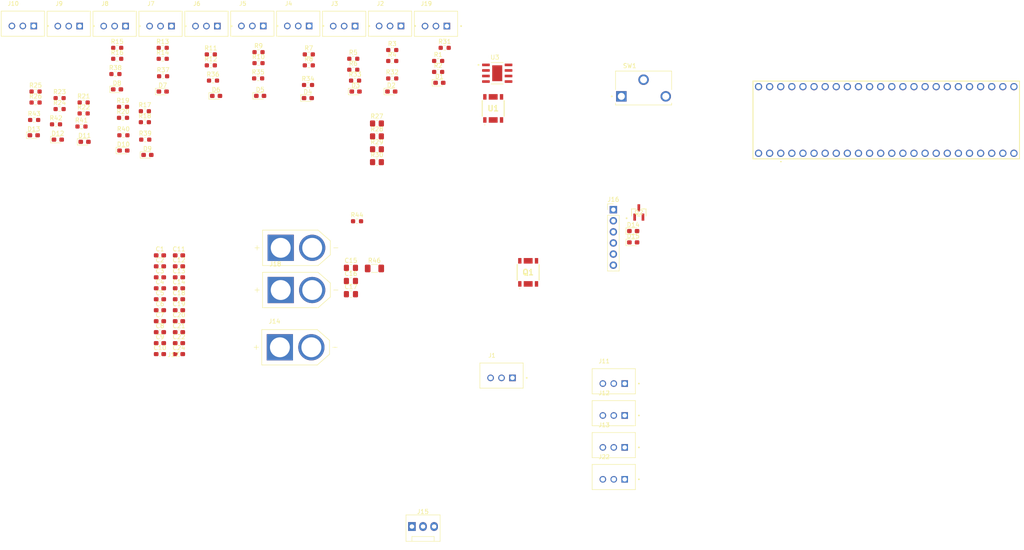
<source format=kicad_pcb>
(kicad_pcb (version 20240108) (generator "pcbnew") (generator_version "8.0")
  (layers (0 "F.Cu" signal) (31 "B.Cu" signal) (34 "B.Paste" user) (35 "F.Paste" user) (36 "B.SilkS" user "B.Silkscreen") (37 "F.SilkS" user "F.Silkscreen") (38 "B.Mask" user) (39 "F.Mask" user) (44 "Edge.Cuts" user))
  (net 0 "")
  (net 1 "+5V")
  (net 2 "GND1")
  (net 3 "+12V")
  (net 4 "+3.3V")
  (net 5 "44.4V")
  (net 6 "Net-(Q1-G)")
  (net 7 "44.4v")
  (net 8 "12v")
  (net 9 "5v")
  (net 10 "Signal Start Module")
  (net 11 "Net-(J17-POS)")
  (net 12 "Net-(J17-NEG)")
  (net 13 "Line Sensor 1 3.3V")
  (net 14 "Line Sensor 1 5v")
  (net 15 "Line Sensor 2 5v")
  (net 16 "Line Sensor 2 3.3V")
  (net 17 "Line Sensor 3 5v")
  (net 18 "Line Sensor 3 3.3V")
  (net 19 "Line Sensor 4 5v")
  (net 20 "Line Sensor 4 3.3V")
  (net 21 "Distance Sensor 1 12V")
  (net 22 "Distance Sensor 1 3.3V")
  (net 23 "Distance Sensor 2 12V")
  (net 24 "Distance Sensor 2 3.3V")
  (net 25 "Distance Sensor 3 3.3V")
  (net 26 "Distance Sensor 3 12V")
  (net 27 "Distance Sensor 4 12V")
  (net 28 "Distance Sensor 4 3.3V")
  (net 29 "Distance Sensor 5 3.3V")
  (net 30 "Distance Sensor 5 12V")
  (net 31 "Distance Sensor 6 12V")
  (net 32 "Distance Sensor 6 3.3V")
  (net 33 "Distance Sensor 7 3.3V")
  (net 34 "Distance Sensor 7 12V")
  (net 35 "Distance Sensor 8 3.3V")
  (net 36 "Distance Sensor 8 12V")
  (net 37 "Distance Sensor 9 3.3V")
  (net 38 "Distance Sensor 9 12V")
  (net 39 "Net-(Q2-D)")
  (net 40 "Net-(Q1-S)")
  (net 41 "Net-(Q2-G)")
  (net 42 "Net-(SW1-A)")
  (net 43 "Net-(D1-A)")
  (net 44 "Net-(D2-A)")
  (net 45 "Net-(D3-A)")
  (net 46 "Net-(D4-A)")
  (net 47 "Net-(D5-A)")
  (net 48 "Net-(D6-A)")
  (net 49 "Net-(D7-A)")
  (net 50 "Net-(D8-A)")
  (net 51 "Net-(D9-A)")
  (net 52 "Net-(D10-A)")
  (net 53 "Net-(D11-A)")
  (net 54 "Net-(D12-A)")
  (net 55 "Net-(D13-A)")
  (net 56 "Net-(D15-A)")
  (net 57 "Net-(D14-A)")
  (net 58 "PWM MD2")
  (net 59 "Direction MD2")
  (net 60 "SDA")
  (net 61 "PWM MD1")
  (net 62 "Direction MD1")
  (net 65 "SCL")
  (net 87 "Interupt")
  (footprint "Resistor_SMD:R_0805_2012Metric_Pad1.20x1.40mm_HandSolder" (layer "F.Cu") (at 97.5 45.8)
    (property "Reference" "R27" (at 0 -1.65 0) (layer "F.SilkS"))
    (property "Value" "15k")
    (pad "1" smd roundrect (at -1 0) (size 1.2 1.4) (layers "F.Cu" "F.Paste" "F.Mask") (roundrect_rratio 0.208333) (net 6 "Net-(Q1-G)"))
    (pad "2" smd roundrect (at 1 0) (size 1.2 1.4) (layers "F.Cu" "F.Paste" "F.Mask") (roundrect_rratio 0.208333) (net 39 "Net-(Q2-D)"))
  )
  (footprint "LED_SMD:LED_0603_1608Metric_Pad1.05x0.95mm_HandSolder" (layer "F.Cu") (at 81.7 40)
    (property "Reference" "D4" (at 0 -1.43 0) (layer "F.SilkS"))
    (property "Value" "LED")
    (pad "1" smd roundrect (at -0.875 0) (size 1.05 0.95) (layers "F.Cu" "F.Paste" "F.Mask") (net 2 "GND1"))
    (pad "2" smd roundrect (at 0.875 0) (size 1.05 0.95) (layers "F.Cu" "F.Paste" "F.Mask") (net 46 "Net-(D4-A)"))
  )
  (footprint "XT60-M:AMASS_XT60-M" (layer "F.Cu") (at 79.0885 74.25)
    (property "Reference" "J17" (at -28.1625 24.455 0) (layer "F.SilkS"))
    (property "Value" "XT60-M")
    (pad "N" thru_hole circle (at 3.6 0) (size 6 6) (drill 4.55) (layers "*.Cu" "*.Mask") (net 12 "Net-(J17-NEG)"))
    (pad "P" thru_hole rect (at -3.6 0) (size 6 6) (drill 4.55) (layers "*.Cu" "*.Mask") (net 11 "Net-(J17-POS)"))
  )
  (footprint "Capacitor_SMD:C_0603_1608Metric_Pad1.08x0.95mm_HandSolder" (layer "F.Cu") (at 52.2125 78.48)
    (property "Reference" "C12" (at 0 -1.43 0) (layer "F.SilkS"))
    (property "Value" "C")
    (pad "1" smd roundrect (at -0.8625 0) (size 1.075 0.95) (layers "F.Cu" "F.Paste" "F.Mask") (net 3 "+12V"))
    (pad "2" smd roundrect (at 0.8625 0) (size 1.075 0.95) (layers "F.Cu" "F.Paste" "F.Mask") (net 2 "GND1"))
  )
  (footprint "Resistor_SMD:R_0603_1608Metric_Pad0.98x0.95mm_HandSolder" (layer "F.Cu") (at 81.9125 30)
    (property "Reference" "R7" (at 0 -1.43 0) (layer "F.SilkS"))
    (property "Value" "R")
    (pad "1" smd roundrect (at -0.9125 0) (size 0.975 0.95) (layers "F.Cu" "F.Paste" "F.Mask") (net 19 "Line Sensor 4 5v"))
    (pad "2" smd roundrect (at 0.9125 0) (size 0.975 0.95) (layers "F.Cu" "F.Paste" "F.Mask") (net 20 "Line Sensor 4 3.3V"))
  )
  (footprint "Resistor_SMD:R_0603_1608Metric_Pad0.98x0.95mm_HandSolder" (layer "F.Cu") (at 44.4125 43)
    (property "Reference" "R17" (at 0 -1.43 0) (layer "F.SilkS"))
    (property "Value" "R")
    (pad "1" smd roundrect (at -0.9125 0) (size 0.975 0.95) (layers "F.Cu" "F.Paste" "F.Mask") (net 30 "Distance Sensor 5 12V"))
    (pad "2" smd roundrect (at 0.9125 0) (size 0.975 0.95) (layers "F.Cu" "F.Paste" "F.Mask") (net 29 "Distance Sensor 5 3.3V"))
  )
  (footprint "LED_SMD:LED_0603_1608Metric_Pad1.05x0.95mm_HandSolder" (layer "F.Cu") (at 48.5 38.5)
    (property "Reference" "D7" (at 0 -1.43 0) (layer "F.SilkS"))
    (property "Value" "LED")
    (pad "1" smd roundrect (at -0.875 0) (size 1.05 0.95) (layers "F.Cu" "F.Paste" "F.Mask") (net 2 "GND1"))
    (pad "2" smd roundrect (at 0.875 0) (size 1.05 0.95) (layers "F.Cu" "F.Paste" "F.Mask") (net 49 "Net-(D7-A)"))
  )
  (footprint "LED_SMD:LED_0603_1608Metric_Pad1.05x0.95mm_HandSolder" (layer "F.Cu") (at 70.7875 39.49)
    (property "Reference" "D5" (at 0 -1.43 0) (layer "F.SilkS"))
    (property "Value" "LED")
    (pad "1" smd roundrect (at -0.875 0) (size 1.05 0.95) (layers "F.Cu" "F.Paste" "F.Mask") (net 2 "GND1"))
    (pad "2" smd roundrect (at 0.875 0) (size 1.05 0.95) (layers "F.Cu" "F.Paste" "F.Mask") (net 47 "Net-(D5-A)"))
  )
  (footprint "Jst Xh 2.5-3 Pin:JST_B3B-XH-A_LF__SN_" (layer "F.Cu") (at 100.5 22.975)
    (property "Reference" "J2" (at -2.2 -4.6 0) (layer "F.SilkS") (effects (font (size 0.944882 0.944882))))
    (property "Value" "Conn_01x03_MountingPin")
    (pad "1" thru_hole rect (at 2.5 0.525) (size 1.508 1.508) (drill 1) (layers "*.Cu" "*.Mask") (net 15 "Line Sensor 2 5v"))
    (pad "2" thru_hole circle (at 0 0.525) (size 1.508 1.508) (drill 1) (layers "*.Cu" "*.Mask") (net 1 "+5V"))
    (pad "3" thru_hole circle (at -2.5 0.525) (size 1.508 1.508) (drill 1) (layers "*.Cu" "*.Mask") (net 2 "GND1"))
  )
  (footprint "Jst Xh 2.5-3 Pin:JST_B3B-XH-A_LF__SN_" (layer "F.Cu") (at 48 23)
    (property "Reference" "J7" (at -2.2 -4.6 0) (layer "F.SilkS") (effects (font (size 0.944882 0.944882))))
    (property "Value" "Conn_01x03_MountingPin")
    (pad "1" thru_hole rect (at 2.5 0.525) (size 1.508 1.508) (drill 1) (layers "*.Cu" "*.Mask") (net 26 "Distance Sensor 3 12V"))
    (pad "2" thru_hole circle (at 0 0.525) (size 1.508 1.508) (drill 1) (layers "*.Cu" "*.Mask") (net 3 "+12V"))
    (pad "3" thru_hole circle (at -2.5 0.525) (size 1.508 1.508) (drill 1) (layers "*.Cu" "*.Mask") (net 2 "GND1"))
  )
  (footprint "Capacitor_SMD:C_0603_1608Metric_Pad1.08x0.95mm_HandSolder" (layer "F.Cu") (at 47.8625 96.05)
    (property "Reference" "C9" (at 0 -1.43 0) (layer "F.SilkS"))
    (property "Value" "C")
    (pad "1" smd roundrect (at -0.8625 0) (size 1.075 0.95) (layers "F.Cu" "F.Paste" "F.Mask") (net 3 "+12V"))
    (pad "2" smd roundrect (at 0.8625 0) (size 1.075 0.95) (layers "F.Cu" "F.Paste" "F.Mask") (net 2 "GND1"))
  )
  (footprint "LED_SMD:LED_0603_1608Metric_Pad1.05x0.95mm_HandSolder" (layer "F.Cu") (at 38.05 38)
    (property "Reference" "D8" (at 0 -1.43 0) (layer "F.SilkS"))
    (property "Value" "LED")
    (pad "1" smd roundrect (at -0.875 0) (size 1.05 0.95) (layers "F.Cu" "F.Paste" "F.Mask") (net 2 "GND1"))
    (pad "2" smd roundrect (at 0.875 0) (size 1.05 0.95) (layers "F.Cu" "F.Paste" "F.Mask") (net 50 "Net-(D8-A)"))
  )
  (footprint "Capacitor_SMD:C_0603_1608Metric_Pad1.08x0.95mm_HandSolder" (layer "F.Cu") (at 47.8625 78.48)
    (property "Reference" "C2" (at 0 -1.43 0) (layer "F.SilkS"))
    (property "Value" "C")
    (pad "1" smd roundrect (at -0.8625 0) (size 1.075 0.95) (layers "F.Cu" "F.Paste" "F.Mask") (net 1 "+5V"))
    (pad "2" smd roundrect (at 0.8625 0) (size 1.075 0.95) (layers "F.Cu" "F.Paste" "F.Mask") (net 2 "GND1"))
  )
  (footprint "Capacitor_SMD:C_0603_1608Metric_Pad1.08x0.95mm_HandSolder" (layer "F.Cu") (at 52.2125 86.01)
    (property "Reference" "C18" (at 0 -1.43 0) (layer "F.SilkS"))
    (property "Value" "C")
    (pad "1" smd roundrect (at -0.8625 0) (size 1.075 0.95) (layers "F.Cu" "F.Paste" "F.Mask") (net 7 "44.4v"))
    (pad "2" smd roundrect (at 0.8625 0) (size 1.075 0.95) (layers "F.Cu" "F.Paste" "F.Mask") (net 2 "GND1"))
  )
  (footprint "Capacitor_SMD:C_0603_1608Metric_Pad1.08x0.95mm_HandSolder" (layer "F.Cu") (at 52.2125 96.05)
    (property "Reference" "C22" (at 0 -1.43 0) (layer "F.SilkS"))
    (property "Value" "C")
    (pad "1" smd roundrect (at -0.8625 0) (size 1.075 0.95) (layers "F.Cu" "F.Paste" "F.Mask") (net 1 "+5V"))
    (pad "2" smd roundrect (at 0.8625 0) (size 1.075 0.95) (layers "F.Cu" "F.Paste" "F.Mask") (net 2 "GND1"))
  )
  (footprint "Connector_PinHeader_2.54mm:PinHeader_1x06_P2.54mm_Vertical" (layer "F.Cu") (at 151.58 65.52)
    (property "Reference" "J16" (at 0 -2.33 0) (layer "F.SilkS"))
    (property "Value" "Conn_01x08_Pin")
    (pad "1" thru_hole rect (at 0 0) (size 1.7 1.7) (drill 1) (layers "*.Cu" "*.Mask") (net 1 "+5V"))
    (pad "2" thru_hole oval (at 0 2.54) (size 1.7 1.7) (drill 1) (layers "*.Cu" "*.Mask") (net 2 "GND1"))
    (pad "3" thru_hole oval (at 0 5.08) (size 1.7 1.7) (drill 1) (layers "*.Cu" "*.Mask") (net 65 "SCL"))
    (pad "4" thru_hole oval (at 0 7.62) (size 1.7 1.7) (drill 1) (layers "*.Cu" "*.Mask") (net 60 "SDA"))
    (pad "5" thru_hole oval (at 0 10.16) (size 1.7 1.7) (drill 1) (layers "*.Cu" "*.Mask"))
    (pad "6" thru_hole oval (at 0 12.7) (size 1.7 1.7) (drill 1) (layers "*.Cu" "*.Mask"))
  )
  (footprint "LED_SMD:LED_0603_1608Metric_Pad1.05x0.95mm_HandSolder" (layer "F.Cu") (at 156.125 70.41)
    (property "Reference" "D14" (at 0 -1.43 0) (layer "F.SilkS"))
    (property "Value" "LED")
    (pad "1" smd roundrect (at -0.875 0) (size 1.05 0.95) (layers "F.Cu" "F.Paste" "F.Mask") (net 2 "GND1"))
    (pad "2" smd roundrect (at 0.875 0) (size 1.05 0.95) (layers "F.Cu" "F.Paste" "F.Mask") (net 57 "Net-(D14-A)"))
  )
  (footprint "Capacitor_SMD:C_0603_1608Metric_Pad1.08x0.95mm_HandSolder" (layer "F.Cu") (at 47.8625 98.56)
    (property "Reference" "C10" (at 0 -1.43 0) (layer "F.SilkS"))
    (property "Value" "C")
    (pad "1" smd roundrect (at -0.8625 0) (size 1.075 0.95) (layers "F.Cu" "F.Paste" "F.Mask") (net 3 "+12V"))
    (pad "2" smd roundrect (at 0.8625 0) (size 1.075 0.95) (layers "F.Cu" "F.Paste" "F.Mask") (net 2 "GND1"))
  )
  (footprint "Resistor_SMD:R_0603_1608Metric_Pad0.98x0.95mm_HandSolder" (layer "F.Cu") (at 59.5 32.51)
    (property "Reference" "R12" (at 0 -1.43 0) (layer "F.SilkS"))
    (property "Value" "R")
    (pad "1" smd roundrect (at -0.9125 0) (size 0.975 0.95) (layers "F.Cu" "F.Paste" "F.Mask") (net 24 "Distance Sensor 2 3.3V"))
    (pad "2" smd roundrect (at 0.9125 0) (size 0.975 0.95) (layers "F.Cu" "F.Paste" "F.Mask") (net 2 "GND1"))
  )
  (footprint "Capacitor_SMD:C_0603_1608Metric_Pad1.08x0.95mm_HandSolder" (layer "F.Cu") (at 52.2125 80.99)
    (property "Reference" "C13" (at 0 -1.43 0) (layer "F.SilkS"))
    (property "Value" "C")
    (pad "1" smd roundrect (at -0.8625 0) (size 1.075 0.95) (layers "F.Cu" "F.Paste" "F.Mask") (net 1 "+5V"))
    (pad "2" smd roundrect (at 0.8625 0) (size 1.075 0.95) (layers "F.Cu" "F.Paste" "F.Mask") (net 2 "GND1"))
  )
  (footprint "Resistor_SMD:R_0603_1608Metric_Pad0.98x0.95mm_HandSolder" (layer "F.Cu") (at 101 31.51)
    (property "Reference" "R4" (at 0 -1.43 0) (layer "F.SilkS"))
    (property "Value" "R")
    (pad "1" smd roundrect (at -0.9125 0) (size 0.975 0.95) (layers "F.Cu" "F.Paste" "F.Mask") (net 16 "Line Sensor 2 3.3V"))
    (pad "2" smd roundrect (at 0.9125 0) (size 0.975 0.95) (layers "F.Cu" "F.Paste" "F.Mask") (net 2 "GND1"))
  )
  (footprint "Resistor_SMD:R_0603_1608Metric_Pad0.98x0.95mm_HandSolder" (layer "F.Cu") (at 70.4125 32)
    (property "Reference" "R10" (at 0 -1.43 0) (layer "F.SilkS"))
    (property "Value" "R")
    (pad "1" smd roundrect (at -0.9125 0) (size 0.975 0.95) (layers "F.Cu" "F.Paste" "F.Mask") (net 22 "Distance Sensor 1 3.3V"))
    (pad "2" smd roundrect (at 0.9125 0) (size 0.975 0.95) (layers "F.Cu" "F.Paste" "F.Mask") (net 2 "GND1"))
  )
  (footprint "Resistor_SMD:R_0603_1608Metric_Pad0.98x0.95mm_HandSolder" (layer "F.Cu") (at 39.5 48.5)
    (property "Reference" "R40" (at 0 -1.43 0) (layer "F.SilkS"))
    (property "Value" "R")
    (pad "1" smd roundrect (at -0.9125 0) (size 0.975 0.95) (layers "F.Cu" "F.Paste" "F.Mask") (net 32 "Distance Sensor 6 3.3V"))
    (pad "2" smd roundrect (at 0.9125 0) (size 0.975 0.95) (layers "F.Cu" "F.Paste" "F.Mask") (net 52 "Net-(D10-A)"))
  )
  (footprint "Resistor_SMD:R_0603_1608Metric_Pad0.98x0.95mm_HandSolder" (layer "F.Cu") (at 81.7375 37)
    (property "Reference" "R34" (at 0 -1.43 0) (layer "F.SilkS"))
    (property "Value" "R")
    (pad "1" smd roundrect (at -0.9125 0) (size 0.975 0.95) (layers "F.Cu" "F.Paste" "F.Mask") (net 20 "Line Sensor 4 3.3V"))
    (pad "2" smd roundrect (at 0.9125 0) (size 0.975 0.95) (layers "F.Cu" "F.Paste" "F.Mask") (net 46 "Net-(D4-A)"))
  )
  (footprint "Jst Xh 2.5-3 Pin:JST_B3B-XH-A_LF__SN_" (layer "F.Cu") (at 79.5 22.975)
    (property "Reference" "J4" (at -2.2 -4.6 0) (layer "F.SilkS") (effects (font (size 0.944882 0.944882))))
    (property "Value" "Conn_01x03_MountingPin")
    (pad "1" thru_hole rect (at 2.5 0.525) (size 1.508 1.508) (drill 1) (layers "*.Cu" "*.Mask") (net 19 "Line Sensor 4 5v"))
    (pad "2" thru_hole circle (at 0 0.525) (size 1.508 1.508) (drill 1) (layers "*.Cu" "*.Mask") (net 1 "+5V"))
    (pad "3" thru_hole circle (at -2.5 0.525) (size 1.508 1.508) (drill 1) (layers "*.Cu" "*.Mask") (net 2 "GND1"))
  )
  (footprint "12Vvoltagereg:S1142A50IE6T1U" (layer "F.Cu") (at 124.09 42.36)
    (property "Reference" "U1" (at 0 0 0) (layer "F.SilkS") (effects (font (size 1.27 1.27) (thickness 0.254))))
    (property "Value" "S-1142DA0I-E6T1U" (hide yes))
    (pad "1" smd rect (at -1.91 2.64) (size 0.76 1.27) (layers "F.Cu" "F.Paste" "F.Mask") (net 8 "12v"))
    (pad "2" smd rect (at 0 2.64 90) (size 1.27 2.03) (layers "F.Cu" "F.Paste" "F.Mask") (net 2 "GND1"))
    (pad "3" smd rect (at 1.91 2.64) (size 0.76 1.27) (layers "F.Cu" "F.Paste" "F.Mask") (net 2 "GND1"))
    (pad "4" smd rect (at 1.91 -2.64) (size 0.76 1.27) (layers "F.Cu" "F.Paste" "F.Mask"))
    (pad "5" smd rect (at 0 -2.64 90) (size 1.27 2.03) (layers "F.Cu" "F.Paste" "F.Mask") (net 2 "GND1"))
    (pad "6" smd rect (at -1.91 -2.64) (size 0.76 1.27) (layers "F.Cu" "F.Paste" "F.Mask") (net 7 "44.4v"))
  )
  (footprint "TQL850CSV50_RLG(5vmotordriver):SOIC127P600X170-9N" (layer "F.Cu") (at 125.015 34.31)
    (property "Reference" "U3" (at -0.535 -3.635 0) (layer "F.SilkS"))
    (property "Value" "TQL850CSV50_RLG")
    (pad "1" smd roundrect (at -2.585 -1.905) (size 1.75 0.6) (layers "F.Cu" "F.Paste" "F.Mask") (roundrect_rratio 0.125) (net 7 "44.4v"))
    (pad "2" smd roundrect (at -2.585 -0.635) (size 1.75 0.6) (layers "F.Cu" "F.Paste" "F.Mask") (roundrect_rratio 0.125) (net 7 "44.4v"))
    (pad "3" smd roundrect (at -2.585 0.635) (size 1.75 0.6) (layers "F.Cu" "F.Paste" "F.Mask") (roundrect_rratio 0.125))
    (pad "4" smd roundrect (at -2.585 1.905) (size 1.75 0.6) (layers "F.Cu" "F.Paste" "F.Mask") (roundrect_rratio 0.125) (net 2 "GND1"))
    (pad "5" smd roundrect (at 2.585 1.905) (size 1.75 0.6) (layers "F.Cu" "F.Paste" "F.Mask") (roundrect_rratio 0.125) (net 2 "GND1"))
    (pad "6" smd roundrect (at 2.585 0.635) (size 1.75 0.6) (layers "F.Cu" "F.Paste" "F.Mask") (roundrect_rratio 0.125) (net 2 "GND1"))
    (pad "7" smd roundrect (at 2.585 -0.635) (size 1.75 0.6) (layers "F.Cu" "F.Paste" "F.Mask") (roundrect_rratio 0.125))
    (pad "8" smd roundrect (at 2.585 -1.905) (size 1.75 0.6) (layers "F.Cu" "F.Paste" "F.Mask") (roundrect_rratio 0.125) (net 9 "5v"))
    (pad "9" smd rect (at 0 0) (size 2.3 3.63) (layers "F.Cu" "F.Mask"))
  )
  (footprint "Resistor_SMD:R_0603_1608Metric_Pad0.98x0.95mm_HandSolder" (layer "F.Cu") (at 24.9125 40)
    (property "Reference" "R23" (at 0 -1.43 0) (layer "F.SilkS"))
    (property "Value" "R")
    (pad "1" smd roundrect (at -0.9125 0) (size 0.975 0.95) (layers "F.Cu" "F.Paste" "F.Mask") (net 36 "Distance Sensor 8 12V"))
    (pad "2" smd roundrect (at 0.9125 0) (size 0.975 0.95) (layers "F.Cu" "F.Paste" "F.Mask") (net 35 "Distance Sensor 8 3.3V"))
  )
  (footprint "LED_SMD:LED_0603_1608Metric_Pad1.05x0.95mm_HandSolder" (layer "F.Cu") (at 111.7875 36.5)
    (property "Reference" "D1" (at 0 -1.43 0) (layer "F.SilkS"))
    (property "Value" "LED")
    (pad "1" smd roundrect (at -0.875 0) (size 1.05 0.95) (layers "F.Cu" "F.Paste" "F.Mask") (net 2 "GND1"))
    (pad "2" smd roundrect (at 0.875 0) (size 1.05 0.95) (layers "F.Cu" "F.Paste" "F.Mask") (net 43 "Net-(D1-A)"))
  )
  (footprint "Resistor_SMD:R_0603_1608Metric_Pad0.98x0.95mm_HandSolder" (layer "F.Cu") (at 24.9125 42.51)
    (property "Reference" "R24" (at 0 -1.43 0) (layer "F.SilkS"))
    (property "Value" "R")
    (pad "1" smd roundrect (at -0.9125 0) (size 0.975 0.95) (layers "F.Cu" "F.Paste" "F.Mask") (net 35 "Distance Sensor 8 3.3V"))
    (pad "2" smd roundrect (at 0.9125 0) (size 0.975 0.95) (layers "F.Cu" "F.Paste" "F.Mask") (net 2 "GND1"))
  )
  (footprint "Resistor_SMD:R_0603_1608Metric_Pad0.98x0.95mm_HandSolder" (layer "F.Cu") (at 44.4125 45.51)
    (property "Reference" "R18" (at 0 -1.43 0) (layer "F.SilkS"))
    (property "Value" "R")
    (pad "1" smd roundrect (at -0.9125 0) (size 0.975 0.95) (layers "F.Cu" "F.Paste" "F.Mask") (net 29 "Distance Sensor 5 3.3V"))
    (pad "2" smd roundrect (at 0.9125 0) (size 0.975 0.95) (layers "F.Cu" "F.Paste" "F.Mask") (net 2 "GND1"))
  )
  (footprint "Capacitor_SMD:C_0603_1608Metric_Pad1.08x0.95mm_HandSolder" (layer "F.Cu") (at 52.2125 91.03)
    (property "Reference" "C20" (at 0 -1.43 0) (layer "F.SilkS"))
    (property "Value" "C")
    (pad "1" smd roundrect (at -0.8625 0) (size 1.075 0.95) (layers "F.Cu" "F.Paste" "F.Mask") (net 7 "44.4v"))
    (pad "2" smd roundrect (at 0.8625 0) (size 1.075 0.95) (layers "F.Cu" "F.Paste" "F.Mask") (net 2 "GND1"))
  )
  (footprint "Capacitor_SMD:C_0805_2012Metric_Pad1.18x1.45mm_HandSolder" (layer "F.Cu") (at 91.55 84.85)
    (property "Reference" "C17" (at 0 -1.68 0) (layer "F.SilkS"))
    (property "Value" "1uF")
    (pad "1" smd roundrect (at -1.0375 0) (size 1.175 1.45) (layers "F.Cu" "F.Paste" "F.Mask") (roundrect_rratio 0.212766) (net 5 "44.4V"))
    (pad "2" smd roundrect (at 1.0375 0) (size 1.175 1.45) (layers "F.Cu" "F.Paste" "F.Mask") (roundrect_rratio 0.212766) (net 6 "Net-(Q1-G)"))
  )
  (footprint "Jst Xh 2.5-3 Pin:JST_B3B-XH-A_LF__SN_" (layer "F.Cu") (at 151.675 119.375)
    (property "Reference" "J13" (at -2.2 -4.6 0) (layer "F.SilkS") (effects (font (size 0.944882 0.944882))))
    (property "Value" "Conn_01x03_MountingPin")
    (pad "1" thru_hole rect (at 2.5 0.525) (size 1.508 1.508) (drill 1) (layers "*.Cu" "*.Mask") (net 38 "Distance Sensor 9 12V"))
    (pad "2" thru_hole circle (at 0 0.525) (size 1.508 1.508) (drill 1) (layers "*.Cu" "*.Mask") (net 3 "+12V"))
    (pad "3" thru_hole circle (at -2.5 0.525) (size 1.508 1.508) (drill 1) (layers "*.Cu" "*.Mask") (net 2 "GND1"))
  )
  (footprint "Resistor_SMD:R_0603_1608Metric_Pad0.98x0.95mm_HandSolder" (layer "F.Cu") (at 48.5875 35)
    (property "Reference" "R37" (at 0 -1.43 0) (layer "F.SilkS"))
    (property "Value" "R")
    (pad "1" smd roundrect (at -0.9125 0) (size 0.975 0.95) (layers "F.Cu" "F.Paste" "F.Mask") (net 25 "Distance Sensor 3 3.3V"))
    (pad "2" smd roundrect (at 0.9125 0) (size 0.975 0.95) (layers "F.Cu" "F.Paste" "F.Mask") (net 49 "Net-(D7-A)"))
  )
  (footprint "Resistor_SMD:R_0603_1608Metric_Pad0.98x0.95mm_HandSolder" (layer "F.Cu") (at 44.5 49.5)
    (property "Reference" "R39" (at 0 -1.43 0) (layer "F.SilkS"))
    (property "Value" "R")
    (pad "1" smd roundrect (at -0.9125 0) (size 0.975 0.95) (layers "F.Cu" "F.Paste" "F.Mask") (net 29 "Distance Sensor 5 3.3V"))
    (pad "2" smd roundrect (at 0.9125 0) (size 0.975 0.95) (layers "F.Cu" "F.Paste" "F.Mask") (net 51 "Net-(D9-A)"))
  )
  (footprint "LED_SMD:LED_0603_1608Metric_Pad1.05x0.95mm_HandSolder" (layer "F.Cu") (at 100.7875 38.5)
    (property "Reference" "D2" (at 0 -1.43 0) (layer "F.SilkS"))
    (property "Value" "LED")
    (pad "1" smd roundrect (at -0.875 0) (size 1.05 0.95) (layers "F.Cu" "F.Paste" "F.Mask") (net 2 "GND1"))
    (pad "2" smd roundrect (at 0.875 0) (size 1.05 0.95) (layers "F.Cu" "F.Paste" "F.Mask") (net 44 "Net-(D2-A)"))
  )
  (footprint "Resistor_SMD:R_0805_2012Metric_Pad1.20x1.40mm_HandSolder" (layer "F.Cu") (at 97.5 54.65)
    (property "Reference" "R30" (at 0 -1.65 0) (layer "F.SilkS"))
    (property "Value" "8k")
    (pad "1" smd roundrect (at -1 0) (size 1.2 1.4) (layers "F.Cu" "F.Paste" "F.Mask") (roundrect_rratio 0.208333) (net 41 "Net-(Q2-G)"))
    (pad "2" smd roundrect (at 1 0) (size 1.2 1.4) (layers "F.Cu" "F.Paste" "F.Mask") (roundrect_rratio 0.208333) (net 42 "Net-(SW1-A)"))
  )
  (footprint "Jst Xh 2.5-3 Pin:JST_B3B-XH-A_LF__SN_" (layer "F.Cu") (at 126 103.475)
    (property "Reference" "J1" (at -2.2 -4.6 0) (layer "F.SilkS") (effects (font (size 0.944882 0.944882))))
    (property "Value" "Conn_01x03_MountingPin")
    (pad "1" thru_hole rect (at 2.5 0.525) (size 1.508 1.508) (drill 1) (layers "*.Cu" "*.Mask") (net 59 "Direction MD2"))
    (pad "2" thru_hole circle (at 0 0.525) (size 1.508 1.508) (drill 1) (layers "*.Cu" "*.Mask") (net 58 "PWM MD2"))
    (pad "3" thru_hole circle (at -2.5 0.525) (size 1.508 1.508) (drill 1) (layers "*.Cu" "*.Mask") (net 2 "GND1"))
  )
  (footprint "LED_SMD:LED_0603_1608Metric_Pad1.05x0.95mm_HandSolder" (layer "F.Cu") (at 39.5 52)
    (property "Reference" "D10" (at 0 -1.43 0) (layer "F.SilkS"))
    (property "Value" "LED")
    (pad "1" smd roundrect (at -0.875 0) (size 1.05 0.95) (layers "F.Cu" "F.Paste" "F.Mask") (net 2 "GND1"))
    (pad "2" smd roundrect (at 0.875 0) (size 1.05 0.95) (layers "F.Cu" "F.Paste" "F.Mask") (net 52 "Net-(D10-A)"))
  )
  (footprint "Resistor_SMD:R_0805_2012Metric_Pad1.20x1.40mm_HandSolder" (layer "F.Cu") (at 97.5 48.75)
    (property "Reference" "R28" (at 0 -1.65 0) (layer "F.SilkS"))
    (property "Value" "10k")
    (pad "1" smd roundrect (at -1 0) (size 1.2 1.4) (layers "F.Cu" "F.Paste" "F.Mask") (roundrect_rratio 0.208333) (net 6 "Net-(Q1-G)"))
    (pad "2" smd roundrect (at 1 0) (size 1.2 1.4) (layers "F.Cu" "F.Paste" "F.Mask") (roundrect_rratio 0.208333) (net 40 "Net-(Q1-S)"))
  )
  (footprint "Resistor_SMD:R_0603_1608Metric_Pad0.98x0.95mm_HandSolder" (layer "F.Cu") (at 70.325 35.49)
    (property "Reference" "R35" (at 0 -1.43 0) (layer "F.SilkS"))
    (property "Value" "R")
    (pad "1" smd roundrect (at -0.9125 0) (size 0.975 0.95) (layers "F.Cu" "F.Paste" "F.Mask") (net 22 "Distance Sensor 1 3.3V"))
    (pad "2" smd roundrect (at 0.9125 0) (size 0.975 0.95) (layers "F.Cu" "F.Paste" "F.Mask") (net 47 "Net-(D5-A)"))
  )
  (footprint "LED_SMD:LED_0603_1608Metric_Pad1.05x0.95mm_HandSolder" (layer "F.Cu") (at 45 53)
    (property "Reference" "D9" (at 0 -1.43 0) (layer "F.SilkS"))
    (property "Value" "LED")
    (pad "1" smd roundrect (at -0.875 0) (size 1.05 0.95) (layers "F.Cu" "F.Paste" "F.Mask") (net 2 "GND1"))
    (pad "2" smd roundrect (at 0.875 0) (size 1.05 0.95) (layers "F.Cu" "F.Paste" "F.Mask") (net 51 "Net-(D9-A)"))
  )
  (footprint "Capacitor_SMD:C_0603_1608Metric_Pad1.08x0.95mm_HandSolder" (layer "F.Cu") (at 47.8625 75.97)
    (property "Reference" "C1" (at 0 -1.43 0) (layer "F.SilkS"))
    (property "Value" "C")
    (pad "1" smd roundrect (at -0.8625 0) (size 1.075 0.95) (layers "F.Cu" "F.Paste" "F.Mask") (net 1 "+5V"))
    (pad "2" smd roundrect (at 0.8625 0) (size 1.075 0.95) (layers "F.Cu" "F.Paste" "F.Mask") (net 2 "GND1"))
  )
  (footprint "Jst Xh 2.5-3 Pin:JST_B3B-XH-A_LF__SN_" (layer "F.Cu") (at 69 22.975)
    (property "Reference" "J5" (at -2.2 -4.6 0) (layer "F.SilkS") (effects (font (size 0.944882 0.944882))))
    (property "Value" "Conn_01x03_MountingPin")
    (pad "1" thru_hole rect (at 2.5 0.525) (size 1.508 1.508) (drill 1) (layers "*.Cu" "*.Mask") (net 21 "Distance Sensor 1 12V"))
    (pad "2" thru_hole circle (at 0 0.525) (size 1.508 1.508) (drill 1) (layers "*.Cu" "*.Mask") (net 3 "+12V"))
    (pad "3" thru_hole circle (at -2.5 0.525) (size 1.508 1.508) (drill 1) (layers "*.Cu" "*.Mask") (net 2 "GND1"))
  )
  (footprint "Resistor_SMD:R_0805_2012Metric_Pad1.20x1.40mm_HandSolder" (layer "F.Cu") (at 97.5 51.7)
    (property "Reference" "R29" (at 0 -1.65 0) (layer "F.SilkS"))
    (property "Value" "1k")
    (pad "1" smd roundrect (at -1 0) (size 1.2 1.4) (layers "F.Cu" "F.Paste" "F.Mask") (roundrect_rratio 0.208333) (net 41 "Net-(Q2-G)"))
    (pad "2" smd roundrect (at 1 0) (size 1.2 1.4) (layers "F.Cu" "F.Paste" "F.Mask") (roundrect_rratio 0.208333) (net 2 "GND1"))
  )
  (footprint "Resistor_SMD:R_0603_1608Metric_Pad0.98x0.95mm_HandSolder" (layer "F.Cu") (at 92.5 36)
    (property "Reference" "R33" (at 0 -1.43 0) (layer "F.SilkS"))
    (property "Value" "R")
    (pad "1" smd roundrect (at -0.9125 0) (size 0.975 0.95) (layers "F.Cu" "F.Paste" "F.Mask") (net 18 "Line Sensor 3 3.3V"))
    (pad "2" smd roundrect (at 0.9125 0) (size 0.975 0.95) (layers "F.Cu" "F.Paste" "F.Mask") (net 45 "Net-(D3-A)"))
  )
  (footprint "Resistor_SMD:R_0603_1608Metric_Pad0.98x0.95mm_HandSolder" (layer "F.Cu") (at 48.5 31.01)
    (property "Reference" "R14" (at 0 -1.43 0) (layer "F.SilkS"))
    (property "Value" "R")
    (pad "1" smd roundrect (at -0.9125 0) (size 0.975 0.95) (layers "F.Cu" "F.Paste" "F.Mask") (net 25 "Distance Sensor 3 3.3V"))
    (pad "2" smd roundrect (at 0.9125 0) (size 0.975 0.95) (layers "F.Cu" "F.Paste" "F.Mask") (net 2 "GND1"))
  )
  (footprint "Capacitor_SMD:C_0603_1608Metric_Pad1.08x0.95mm_HandSolder" (layer "F.Cu") (at 47.8625 91.03)
    (property "Reference" "C7" (at 0 -1.43 0) (layer "F.SilkS"))
    (property "Value" "C")
    (pad "1" smd roundrect (at -0.8625 0) (size 1.075 0.95) (layers "F.Cu" "F.Paste" "F.Mask") (net 3 "+12V"))
    (pad "2" smd roundrect (at 0.8625 0) (size 1.075 0.95) (layers "F.Cu" "F.Paste" "F.Mask") (net 2 "GND1"))
  )
  (footprint "Capacitor_SMD:C_0603_1608Metric_Pad1.08x0.95mm_HandSolder" (layer "F.Cu") (at 52.2125 83.5)
    (property "Reference" "C14" (at 0 -1.43 0) (layer "F.SilkS"))
    (property "Value" "C")
    (pad "1" smd roundrect (at -0.8625 0) (size 1.075 0.95) (layers "F.Cu" "F.Paste" "F.Mask") (net 2 "GND1"))
    (pad "2" smd roundrect (at 0.8625 0) (size 1.075 0.95) (layers "F.Cu" "F.Paste" "F.Mask") (net 4 "+3.3V"))
  )
  (footprint "Resistor_SMD:R_0603_1608Metric_Pad0.98x0.95mm_HandSolder" (layer "F.Cu") (at 24.0875 46)
    (property "Reference" "R42" (at 0 -1.43 0) (layer "F.SilkS"))
    (property "Value" "R")
    (pad "1" smd roundrect (at -0.9125 0) (size 0.975 0.95) (layers "F.Cu" "F.Paste" "F.Mask") (net 35 "Distance Sensor 8 3.3V"))
    (pad "2" smd roundrect (at 0.9125 0) (size 0.975 0.95) (layers "F.Cu" "F.Paste" "F.Mask") (net 54 "Net-(D12-A)"))
  )
  (footprint "Capacitor_SMD:C_0603_1608Metric_Pad1.08x0.95mm_HandSolder" (layer "F.Cu") (at 47.8625 88.52)
    (property "Reference" "C6" (at 0 -1.43 0) (layer "F.SilkS"))
    (property "Value" "C")
    (pad "1" smd roundrect (at -0.8625 0) (size 1.075 0.95) (layers "F.Cu" "F.Paste" "F.Mask") (net 3 "+12V"))
    (pad "2" smd roundrect (at 0.8625 0) (size 1.075 0.95) (layers "F.Cu" "F.Paste" "F.Mask") (net 2 "GND1"))
  )
  (footprint "Resistor_SMD:R_0603_1608Metric_Pad0.98x0.95mm_HandSolder" (layer "F.Cu") (at 48.5 28.5)
    (property "Reference" "R13" (at 0 -1.43 0) (layer "F.SilkS"))
    (property "Value" "R")
    (pad "1" smd roundrect (at -0.9125 0) (size 0.975 0.95) (layers "F.Cu" "F.Paste" "F.Mask") (net 26 "Distance Sensor 3 12V"))
    (pad "2" smd roundrect (at 0.9125 0) (size 0.975 0.95) (layers "F.Cu" "F.Paste" "F.Mask") (net 25 "Distance Sensor 3 3.3V"))
  )
  (footprint "Capacitor_SMD:C_0805_2012Metric_Pad1.18x1.45mm_HandSolder" (layer "F.Cu") (at 91.55 81.84)
    (property "Reference" "C16" (at 0 -1.68 0) (layer "F.SilkS"))
    (property "Value" "1uF")
    (pad "1" smd roundrect (at -1.0375 0) (size 1.175 1.45) (layers "F.Cu" "F.Paste" "F.Mask") (roundrect_rratio 0.212766) (net 5 "44.4V"))
    (pad "2" smd roundrect (at 1.0375 0) (size 1.175 1.45) (layers "F.Cu" "F.Paste" "F.Mask") (roundrect_rratio 0.212766) (net 2 "GND1"))
  )
  (footprint "XT60-M:AMASS_XT60-M" (layer "F.Cu") (at 79.0885 83.9)
    (property "Reference" "J18" (at -4.825 -5.935 0) (layer "F.SilkS"))
    (property "Value" "XT60-M")
    (pad "N" thru_hole circle (at 3.6 0) (size 6 6) (drill 4.55) (layers "*.Cu" "*.Mask") (net 2 "GND1"))
    (pad "P" thru_hole rect (at -3.6 0) (size 6 6) (drill 4.55) (layers "*.Cu" "*.Mask") (net 12 "Net-(J17-NEG)"))
  )
  (footprint "Capacitor_SMD:C_0603_1608Metric_Pad1.08x0.95mm_HandSolder" (layer "F.Cu") (at 47.8625 86.01)
    (property "Reference" "C5" (at 0 -1.43 0) (layer "F.SilkS"))
    (property "Value" "C")
    (pad "1" smd roundrect (at -0.8625 0) (size 1.075 0.95) (layers "F.Cu" "F.Paste" "F.Mask") (net 3 "+12V"))
    (pad "2" smd roundrect (at 0.8625 0) (size 1.075 0.95) (layers "F.Cu" "F.Paste" "F.Mask") (net 2 "GND1"))
  )
  (footprint "Resistor_SMD:R_0603_1608Metric_Pad0.98x0.95mm_HandSolder" (layer "F.Cu") (at 70.4125 29.49)
    (property "Reference" "R9" (at 0 -1.43 0) (layer "F.SilkS"))
    (property "Value" "R")
    (pad "1" smd roundrect (at -0.9125 0) (size 0.975 0.95) (layers "F.Cu" "F.Paste" "F.Mask") (net 21 "Distance Sensor 1 12V"))
    (pad "2" smd roundrect (at 0.9125 0) (size 0.975 0.95) (layers "F.Cu" "F.Paste" "F.Mask") (net 22 "Distance Sensor 1 3.3V"))
  )
  (footprint "Resistor_SMD:R_0603_1608Metric_Pad0.98x0.95mm_HandSolder" (layer "F.Cu") (at 39.4125 44.51)
    (property "Reference" "R20" (at 0 -1.43 0) (layer "F.SilkS"))
    (property "Value" "R")
    (pad "1" smd roundrect (at -0.9125 0) (size 0.975 0.95) (layers "F.Cu" "F.Paste" "F.Mask") (net 32 "Distance Sensor 6 3.3V"))
    (pad "2" smd roundrect (at 0.9125 0) (size 0.975 0.95) (layers "F.Cu" "F.Paste" "F.Mask") (net 2 "GND1"))
  )
  (footprint "Capacitor_SMD:C_0603_1608Metric_Pad1.08x0.95mm_HandSolder" (layer "F.Cu") (at 47.8625 80.99)
    (property "Reference" "C3" (at 0 -1.43 0) (layer "F.SilkS"))
    (property "Value" "C")
    (pad "1" smd roundrect (at -0.8625 0) (size 1.075 0.95) (layers "F.Cu" "F.Paste" "F.Mask") (net 1 "+5V"))
    (pad "2" smd roundrect (at 0.8625 0) (size 1.075 0.95) (layers "F.Cu" "F.Paste" "F.Mask") (net 2 "GND1"))
  )
  (footprint "LED_SMD:LED_0603_1608Metric_Pad1.05x0.95mm_HandSolder" (layer "F.Cu") (at 156.125 73)
    (property "Reference" "D15" (at 0 -1.43 0) (layer "F.SilkS"))
    (property "Value" "LED")
    (pad "1" smd roundrect (at -0.875 0) (size 1.05 0.95) (layers "F.Cu" "F.Paste" "F.Mask") (net 2 "GND1"))
    (pad "2" smd roundrect (at 0.875 0) (size 1.05 0.95) (layers "F.Cu" "F.Paste" "F.Mask") (net 56 "Net-(D15-A)"))
  )
  (footprint "Resistor_SMD:R_0603_1608Metric_Pad0.98x0.95mm_HandSolder" (layer "F.Cu") (at 30.4125 43.51)
    (property "Reference" "R22" (at 0 -1.43 0) (layer "F.SilkS"))
    (property "Value" "R")
    (pad "1" smd roundrect (at -0.9125 0) (size 0.975 0.95) (layers "F.Cu" "F.Paste" "F.Mask") (net 33 "Distance Sensor 7 3.3V"))
    (pad "2" smd roundrect (at 0.9125 0) (size 0.975 0.95) (layers "F.Cu" "F.Paste" "F.Mask") (net 2 "GND1"))
  )
  (footprint "Resistor_SMD:R_0603_1608Metric_Pad0.98x0.95mm_HandSolder" (layer "F.Cu") (at 19.0875 45)
    (property "Reference" "R43" (at 0 -1.43 0) (layer "F.SilkS"))
    (property "Value" "R")
    (pad "1" smd roundrect (at -0.9125 0) (size 0.975 0.95) (layers "F.Cu" "F.Paste" "F.Mask") (net 37 "Distance Sensor 9 3.3V"))
    (pad "2" smd roundrect (at 0.9125 0) (size 0.975 0.95) (layers "F.Cu" "F.Paste" "F.Mask") (net 55 "Net-(D13-A)"))
  )
  (footprint "Resistor_SMD:R_0603_1608Metric_Pad0.98x0.95mm_HandSolder" (layer "F.Cu") (at 113 28.5)
    (property "Reference" "R31" (at 0 -1.43 0) (layer "F.SilkS"))
    (property "Value" "R")
    (pad "1" smd roundrect (at -0.9125 0) (size 0.975 0.95) (layers "F.Cu" "F.Paste" "F.Mask") (net 13 "Line Sensor 1 3.3V"))
    (pad "2" smd roundrect (at 0.9125 0) (size 0.975 0.95) (layers "F.Cu" "F.Paste" "F.Mask") (net 43 "Net-(D1-A)"))
  )
  (footprint "Jst Xh 2.5-3 Pin:JST_B3B-XH-A_LF__SN_" (layer "F.Cu") (at 16.5 22.975)
    (property "Reference" "J10" (at -2.2 -4.6 0) (layer "F.SilkS") (effects (font (size 0.944882 0.944882))))
    (property "Value" "Conn_01x03_MountingPin")
    (pad "1" thru_hole rect (at 2.5 0.525) (size 1.508 1.508) (drill 1) (layers "*.Cu" "*.Mask") (net 31 "Distance Sensor 6 12V"))
    (pad "2" thru_hole circle (at 0 0.525) (size 1.508 1.508) (drill 1) (layers "*.Cu" "*.Mask") (net 3 "+12V"))
    (pad "3" thru_hole circle (at -2.5 0.525) (size 1.508 1.508) (drill 1) (layers "*.Cu" "*.Mask") (net 2 "GND1"))
  )
  (footprint "Resistor_SMD:R_0603_1608Metric_Pad0.98x0.95mm_HandSolder" (layer "F.Cu") (at 37.675 34.5)
    (property "Reference" "R38" (at 0 -1.43 0) (layer "F.SilkS"))
    (property "Value" "R")
    (pad "1" smd roundrect (at -0.9125 0) (size 0.975 0.95) (layers "F.Cu" "F.Paste" "F.Mask") (net 28 "Distance Sensor 4 3.3V"))
    (pad "2" smd roundrect (at 0.9125 0) (size 0.975 0.95) (layers "F.Cu" "F.Paste" "F.Mask") (net 50 "Net-(D8-A)"))
  )
  (footprint "Capacitor_SMD:C_0603_1608Metric_Pad1.08x0.95mm_HandSolder" (layer "F.Cu") (at 47.8625 83.5)
    (property "Reference" "C4" (at 0 -1.43 0) (layer "F.SilkS"))
    (property "Value" "C")
    (pad "1" smd roundrect (at -0.8625 0) (size 1.075 0.95) (layers "F.Cu" "F.Paste" "F.Mask") (net 3 "+12V"))
    (pad "2" smd roundrect (at 0.8625 0) (size 1.075 0.95) (layers "F.Cu" "F.Paste" "F.Mask") (net 2 "GND1"))
  )
  (footprint "Capacitor_SMD:C_0603_1608Metric_Pad1.08x0.95mm_HandSolder" (layer "F.Cu") (at 52.2125 88.52)
    (property "Reference" "C19" (at 0 -1.43 0) (layer "F.SilkS"))
    (property "Value" "C")
    (pad "1" smd roundrect (at -0.8625 0) (size 1.075 0.95) (layers "F.Cu" "F.Paste" "F.Mask") (net 8 "12v"))
    (pad "2" smd roundrect (at 0.8625 0) (size 1.075 0.95) (layers "F.Cu" "F.Paste" "F.Mask") (net 2 "GND1"))
  )
  (footprint "Capacitor_SMD:C_0603_1608Metric_Pad1.08x0.95mm_HandSolder" (layer "F.Cu") (at 52.2125 98.56)
    (property "Reference" "C24" (at 0 -1.43 0) (layer "F.SilkS"))
    (property "Value" "C")
    (pad "1" smd roundrect (at -0.8625 0) (size 1.075 0.95) (layers "F.Cu" "F.Paste" "F.Mask") (net 1 "+5V"))
    (pad "2" smd roundrect (at 0.8625 0) (size 1.075 0.95) (layers "F.Cu" "F.Paste" "F.Mask") (net 2 "GND1"))
  )
  (footprint "Resistor_SMD:R_0603_1608Metric_Pad0.98x0.95mm_HandSolder" (layer "F.Cu") (at 101 29)
    (property "Reference" "R3" (at 0 -1.43 0) (layer "F.SilkS"))
    (property "Value" "R")
    (pad "1" smd roundrect (at -0.9125 0) (size 0.975 0.95) (layers "F.Cu" "F.Paste" "F.Mask") (net 15 "Line Sensor 2 5v"))
    (pad "2" smd roundrect (at 0.9125 0) (size 0.975 0.95) (layers "F.Cu" "F.Paste" "F.Mask") (net 16 "Line Sensor 2 3.3V"))
  )
  (footprint "Resistor_SMD:R_0603_1608Metric_Pad0.98x0.95mm_HandSolder" (layer "F.Cu") (at 19.4125 41.01)
    (property "Reference" "R26" (at 0 -1.43 0) (layer "F.SilkS"))
    (property "Value" "R")
    (pad "1" smd roundrect (at -0.9125 0) (size 0.975 0.95) (layers "F.Cu" "F.Paste" "F.Mask") (net 37 "Distance Sensor 9 3.3V"))
    (pad "2" smd roundrect (at 0.9125 0) (size 0.975 0.95) (layers "F.Cu" "F.Paste" "F.Mask") (net 2 "GND1"))
  )
  (footprint "XT60-M:AMASS_XT60-M" (layer "F.Cu") (at 78.9 97)
    (property "Reference" "J14" (at -4.825 -5.935 0) (layer "F.SilkS"))
    (property "Value" "XT60-M")
    (pad "N" thru_hole circle (at 3.6 0) (size 6 6) (drill 4.55) (layers "*.Cu" "*.Mask") (net 2 "GND1"))
    (pad "P" thru_hole rect (at -3.6 0) (size 6 6) (drill 4.55) (layers "*.Cu" "*.Mask") (net 5 "44.4V"))
  )
  (footprint "Resistor_SMD:R_0603_1608Metric_Pad0.98x0.95mm_HandSolder" (layer "F.Cu") (at 19.4125 38.5)
    (property "Reference" "R25" (at 0 -1.43 0) (layer "F.SilkS"))
    (property "Value" "R")
    (pad "1" smd roundrect (at -0.9125 0) (size 0.975 0.95) (layers "F.Cu" "F.Paste" "F.Mask") (net 38 "Distance Sensor 9 12V"))
    (pad "2" smd roundrect (at 0.9125 0) (size 0.975 0.95) (layers "F.Cu" "F.Paste" "F.Mask") (net 37 "Distance Sensor 9 3.3V"))
  )
  (footprint "Jst Xh 2.5-3 Pin:JST_B3B-XH-A_LF__SN_" (layer "F.Cu") (at 27 23)
    (property "Reference" "J9" (at -2.2 -4.6 0) (layer "F.SilkS") (effects (font (size 0.944882 0.944882))))
    (property "Value" "Conn_01x03_MountingPin")
    (pad "1" thru_hole rect (at 2.5 0.525) (size 1.508 1.508) (drill 1) (layers "*.Cu" "*.Mask") (net 30 "Distance Sensor 5 12V"))
    (pad "2" thru_hole circle (at 0 0.525) (size 1.508 1.508) (drill 1) (layers "*.Cu" "*.Mask") (net 3 "+12V"))
    (pad "3" thru_hole circle (at -2.5 0.525) (size 1.508 1.508) (drill 1) (layers "*.Cu" "*.Mask") (net 2 "GND1"))
  )
  (footprint "Resistor_SMD:R_0603_1608Metric_Pad0.98x0.95mm_HandSolder" (layer "F.Cu") (at 111.5 34.01)
    (property "Reference" "R2" (at 0 -1.43 0) (layer "F.SilkS"))
    (property "Value" "R")
    (pad "1" smd roundrect (at -0.9125 0) (size 0.975 0.95) (layers "F.Cu" "F.Paste" "F.Mask") (net 13 "Line Sensor 1 3.3V"))
    (pad "2" smd roundrect (at 0.9125 0) (size 0.975 0.95) (layers "F.Cu" "F.Paste" "F.Mask") (net 2 "GND1"))
  )
  (footprint "Resistor_SMD:R_0603_1608Metric_Pad0.98x0.95mm_HandSolder" (layer "F.Cu") (at 92.0875 31)
    (property "Reference" "R5" (at 0 -1.43 0) (layer "F.SilkS"))
    (property "Value" "R")
    (pad "1" smd roundrect (at -0.9125 0) (size 0.975 0.95) (layers "F.Cu" "F.Paste" "F.Mask") (net 17 "Line Sensor 3 5v"))
    (pad "2" smd roundrect (at 0.9125 0) (size 0.975 0.95) (layers "F.Cu" "F.Paste" "F.Mask") (net 18 "Line Sensor 3 3.3V"))
  )
  (footprint "LED_SMD:LED_0603_1608Metric_Pad1.05x0.95mm_HandSolder" (layer "F.Cu") (at 19 48.5)
    (property "Reference" "D13" (at 0 -1.43 0) (layer "F.SilkS"))
    (property "Value" "LED")
    (pad "1" smd roundrect (at -0.875 0) (size 1.05 0.95) (layers "F.Cu" "F.Paste" "F.Mask") (net 2 "GND1"))
    (pad "2" smd roundrect (at 0.875 0) (size 1.05 0.95) (layers "F.Cu" "F.Paste" "F.Mask") (net 55 "Net-(D13-A)"))
  )
  (footprint "Jst Xh 2.5-3 Pin:JST_B3B-XH-A_LF__SN_" (layer "F.Cu") (at 151.675 104.775)
    (property "Reference" "J11" (at -2.2 -4.6 0) (layer "F.SilkS") (effects (font (size 0.944882 0.944882))))
    (property "Value" "Conn_01x03_MountingPin")
    (pad "1" thru_hole rect (at 2.5 0.525) (size 1.508 1.508) (drill 1) (layers "*.Cu" "*.Mask") (net 34 "Distance Sensor 7 12V"))
    (pad "2" thru_hole circle (at 0 0.525) (size 1.508 1.508) (drill 1) (layers "*.Cu" "*.Mask") (net 3 "+12V"))
    (pad "3" thru_hole circle (at -2.5 0.525) (size 1.508 1.508) (drill 1) (layers "*.Cu" "*.Mask") (net 2 "GND1"))
  )
  (footprint "Jst Xh 2.5-3 Pin:JST_B3B-XH-A_LF__SN_" (layer "F.Cu") (at 111 23)
    (property "Reference" "J19" (at -2.2 -4.6 0) (layer "F.SilkS") (effects (font (size 0.944882 0.944882))))
    (property "Value" "Conn_01x03_MountingPin")
    (pad "1" thru_hole rect (at 2.5 0.525) (size 1.508 1.508) (drill 1) (layers "*.Cu" "*.Mask") (net 14 "Line Sensor 1 5v"))
    (pad "2" thru_hole circle (at 0 0.525) (size 1.508 1.508) (drill 1) (layers "*.Cu" "*.Mask") (net 1 "+5V"))
    (pad "3" thru_hole circle (at -2.5 0.525) (size 1.508 1.508) (drill 1) (layers "*.Cu" "*.Mask") (net 2 "GND1"))
  )
  (footprint "Capacitor_SMD:C_0603_1608Metric_Pad1.08x0.95mm_HandSolder" (layer "F.Cu") (at 52.2125 75.97)
    (property "Reference" "C11" (at 0 -1.43 0) (layer "F.SilkS"))
    (property "Value" "C")
    (pad "1" smd roundrect (at -0.8625 0) (size 1.075 0.95) (layers "F.Cu" "F.Paste" "F.Mask") (net 3 "+12V"))
    (pad "2" smd roundrect (at 0.8625 0) (size 1.075 0.95) (layers "F.Cu" "F.Paste" "F.Mask") (net 2 "GND1"))
  )
  (footprint "Resistor_SMD:R_0603_1608Metric_Pad0.98x0.95mm_HandSolder" (layer "F.Cu") (at 111.5 31.5)
    (property "Reference" "R1" (at 0 -1.43 0) (layer "F.SilkS"))
    (property "Value" "R")
    (pad "1" smd roundrect (at -0.9125 0) (size 0.975 0.95) (layers "F.Cu" "F.Paste" "F.Mask") (net 14 "Line Sensor 1 5v"))
    (pad "2" smd roundrect (at 0.9125 0) (size 0.975 0.95) (layers "F.Cu" "F.Paste" "F.Mask") (net 13 "Line Sensor 1 3.3V"))
  )
  (footprint "Resistor_SMD:R_0603_1608Metric_Pad0.98x0.95mm_HandSolder" (layer "F.Cu") (at 30.4125 41)
    (property "Reference" "R21" (at 0 -1.43 0) (layer "F.SilkS"))
    (property "Value" "R")
    (pad "1" smd roundrect (at -0.9125 0) (size 0.975 0.95) (layers "F.Cu" "F.Paste" "F.Mask") (net 34 "Distance Sensor 7 12V"))
    (pad "2" smd roundrect (at 0.9125 0) (size 0.975 0.95) (layers "F.Cu" "F.Paste" "F.Mask") (net 33 "Distance Sensor 7 3.3V"))
  )
  (footprint "Jst Xh 2.5-3 Pin:JST_B3B-XH-A_LF__SN_" (layer "F.Cu") (at 151.675 112.075)
    (property "Reference" "J12" (at -2.2 -4.6 0) (layer "F.SilkS") (effects (font (size 0.944882 0.944882))))
    (property "Value" "Conn_01x03_MountingPin")
    (pad "1" thru_hole rect (at 2.5 0.525) (size 1.508 1.508) (drill 1) (layers "*.Cu" "*.Mask") (net 36 "Distance Sensor 8 12V"))
    (pad "2" thru_hole circle (at 0 0.525) (size 1.508 1.508) (drill 1) (layers "*.Cu" "*.Mask") (net 3 "+12V"))
    (pad "3" thru_hole circle (at -2.5 0.525) (size 1.508 1.508) (drill 1) (layers "*.Cu" "*.Mask") (net 2 "GND1"))
  )
  (footprint "Jst Xh 2.5-3 Pin:JST_B3B-XH-A_LF__SN_" (layer "F.Cu") (at 58.5 23)
    (property "Reference" "J6" (at -2.2 -4.6 0) (layer "F.SilkS") (effects (font (size 0.944882 0.944882))))
    (property "Value" "Conn_01x03_MountingPin")
    (pad "1" thru_hole rect (at 2.5 0.525) (size 1.508 1.508) (drill 1) (layers "*.Cu" "*.Mask") (net 23 "Distance Sensor 2 12V"))
    (pad "2" thru_hole circle (at 0 0.525) (size 1.508 1.508) (drill 1) (layers "*.Cu" "*.Mask") (net 3 "+12V"))
    (pad "3" thru_hole circle (at -2.5 0.525) (size 1.508 1.508) (drill 1) (layers "*.Cu" "*.Mask") (net 2 "GND1"))
  )
  (footprint "Jst Xh 2.5-3 Pin:JST_B3B-XH-A_LF__SN_" (layer "F.Cu") (at 90 23)
    (property "Reference" "J3" (at -2.2 -4.6 0) (layer "F.SilkS") (effects (font (size 0.944882 0.944882))))
    (property "Value" "Conn_01x03_MountingPin")
    (pad "1" thru_hole rect (at 2.5 0.525) (size 1.508 1.508) (drill 1) (layers "*.Cu" "*.Mask") (net 17 "Line Sensor 3 5v"))
    (pad "2" thru_hole circle (at 0 0.525) (size 1.508 1.508) (drill 1) (layers "*.Cu" "*.Mask") (net 1 "+5V"))
    (pad "3" thru_hole circle (at -2.5 0.525) (size 1.508 1.508) (drill 1) (layers "*.Cu" "*.Mask") (net 2 "GND1"))
  )
  (footprint "Capacitor_SMD:C_0603_1608Metric_Pad1.08x0.95mm_HandSolder" (layer "F.Cu") (at 47.8625 93.54)
    (property "Reference" "C8" (at 0 -1.43 0) (layer "F.SilkS"))
    (property "Value" "C")
    (pad "1" smd roundrect (at -0.8625 0) (size 1.075 0.95) (layers "F.Cu" "F.Paste" "F.Mask") (net 3 "+12V"))
    (pad "2" smd roundrect (at 0.8625 0) (size 1.075 0.95) (layers "F.Cu" "F.Paste" "F.Mask") (net 2 "GND1"))
  )
  (footprint "LED_SMD:LED_0603_1608Metric_Pad1.05x0.95mm_HandSolder" (layer "F.Cu") (at 24.5 49.5)
    (property "Reference" "D12" (at 0 -1.43 0) (layer "F.SilkS"))
    (property "Value" "LED")
    (pad "1" smd roundrect (at -0.875 0) (size 1.05 0.95) (layers "F.Cu" "F.Paste" "F.Mask") (net 2 "GND1"))
    (pad "2" smd roundrect (at 0.875 0) (size 1.05 0.95) (layers "F.Cu" "F.Paste" "F.Mask") (net 54 "Net-(D12-A)"))
  )
  (footprint "mosfetP:S1142A50IE6T1U" (layer "F.Cu") (at 132.09 79.86)
    (property "Reference" "Q1" (at 0 0 0) (layer "F.SilkS") (effects (font (size 1.27 1.27) (thickness 0.254))))
    (property "Value" "SQM40P10-40L_GE3" (hide yes))
    (pad "1" smd rect (at -1.91 2.64) (size 0.76 1.27) (layers "F.Cu" "F.Paste" "F.Mask") (net 6 "Net-(Q1-G)"))
    (pad "2" smd rect (at 0 2.64 90) (size 1.27 2.03) (layers "F.Cu" "F.Paste" "F.Mask") (net 5 "44.4V"))
    (pad "3" smd rect (at 1.91 2.64) (size 0.76 1.27) (layers "F.Cu" "F.Paste" "F.Mask") (net 40 "Net-(Q1-S)"))
    (pad "4" smd rect (at 1.91 -2.64) (size 0.76 1.27) (layers "F.Cu" "F.Paste" "F.Mask"))
    (pad "5" smd rect (at 0 -2.64 90) (size 1.27 2.03) (layers "F.Cu" "F.Paste" "F.Mask"))
    (pad "6" smd rect (at -1.91 -2.64) (size 0.76 1.27) (layers "F.Cu" "F.Paste" "F.Mask"))
  )
  (footprint "Capacitor_SMD:C_0603_1608Metric_Pad1.08x0.95mm_HandSolder" (layer "F.Cu") (at 52.2125 93.54)
    (property "Reference" "C21" (at 0 -1.43 0) (layer "F.SilkS"))
    (property "Value" "C")
    (pad "1" smd roundrect (at -0.8625 0) (size 1.075 0.95) (layers "F.Cu" "F.Paste" "F.Mask") (net 9 "5v"))
    (pad "2" smd roundrect (at 0.8625 0) (size 1.075 0.95) (layers "F.Cu" "F.Paste" "F.Mask") (net 2 "GND1"))
  )
  (footprint "Jst Xh 2.5-3 Pin:JST_B3B-XH-A_LF__SN_" (layer "F.Cu") (at 151.675 126.675)
    (property "Reference" "J22" (at -2.2 -4.6 0) (layer "F.SilkS") (effects (font (size 0.944882 0.944882))))
    (property "Value" "Conn_01x03_MountingPin")
    (pad "1" thru_hole rect (at 2.5 0.525) (size 1.508 1.508) (drill 1) (layers "*.Cu" "*.Mask") (net 62 "Direction MD1"))
    (pad "2" thru_hole circle (at 0 0.525) (size 1.508 1.508) (drill 1) (layers "*.Cu" "*.Mask") (net 61 "PWM MD1"))
    (pad "3" thru_hole circle (at -2.5 0.525) (size 1.508 1.508) (drill 1) (layers "*.Cu" "*.Mask") (net 2 "GND1"))
  )
  (footprint "G_107_0513(SWITCH):SW_G-107-0513" (layer "F.Cu") (at 158.49 37.695)
    (property "Reference" "SW1" (at -3.175 -5.08 0) (layer "F.SilkS"))
    (property "Value" "SW_SPST")
    (pad "1" thru_hole rect (at -5.08 1.905) (size 2.4 2.4) (drill 1.6) (layers "*.Cu" "*.Mask") (net 42 "Net-(SW1-A)"))
    (pad "2" thru_hole circle (at 5.08 1.905) (size 2.4 2.4) (drill 1.6) (layers "*.Cu" "*.Mask") (net 40 "Net-(Q1-S)"))
    (pad "5" thru_hole circle (at 0 -1.905) (size 2.4 2.4) (drill 1.6) (layers "*.Cu" "*.Mask"))
  )
  (footprint "Resistor_SMD:R_0603_1608Metric_Pad0.98x0.95mm_HandSolder" (layer "F.Cu") (at 92.0875 33.51)
    (property "Reference" "R6" (at 0 -1.43 0) (layer "F.SilkS"))
    (property "Value" "R")
    (pad "1" smd roundrect (at -0.9125 0) (size 0.975 0.95) (layers "F.Cu" "F.Paste" "F.Mask") (net 18 "Line Sensor 3 3.3V"))
    (pad "2" smd roundrect (at 0.9125 0) (size 0.975 0.95) (layers "F.Cu" "F.Paste" "F.Mask") (net 2 "GND1"))
  )
  (footprint "Resistor_SMD:R_0603_1608Metric_Pad0.98x0.95mm_HandSolder" (layer "F.Cu") (at 39.4125 42)
    (property "Reference" "R19" (at 0 -1.43 0) (layer "F.SilkS"))
    (property "Value" "R")
    (pad "1" smd roundrect (at -0.9125 0) (size 0.975 0.95) (layers "F.Cu" "F.Paste" "F.Mask") (net 31 "Distance Sensor 6 12V"))
    (pad "2" smd roundrect (at 0.9125 0) (size 0.975 0.95) (layers "F.Cu" "F.Paste" "F.Mask") (net 32 "Distance Sensor 6 3.3V"))
  )
  (footprint "Resistor_SMD:R_0603_1608Metric_Pad0.98x0.95mm_HandSolder" (layer "F.Cu") (at 101 35.5)
    (property "Reference" "R32" (at 0 -1.43 0) (layer "F.SilkS"))
    (property "Value" "R")
    (pad "1" smd roundrect (at -0.9125 0) (size 0.975 0.95) (layers "F.Cu" "F.Paste" "F.Mask") (net 16 "Line Sensor 2 3.3V"))
    (pad "2" smd roundrect (at 0.9125 0) (size 0.975 0.95) (layers "F.Cu" "F.Paste" "F.Mask") (net 44 "Net-(D2-A)"))
  )
  (footprint "Resistor_SMD:R_0603_1608Metric_Pad0.98x0.95mm_HandSolder" (layer "F.Cu") (at 81.9125 32.51)
    (property "Reference" "R8" (at 0 -1.43 0) (layer "F.SilkS"))
    (property "Value" "R")
    (pad "1" smd roundrect (at -0.9125 0) (size 0.975 0.95) (layers "F.Cu" "F.Paste" "F.Mask") (net 20 "Line Sensor 4 3.3V"))
    (pad "2" smd roundrect (at 0.9125 0) (size 0.975 0.95) (layers "F.Cu" "F.Paste" "F.Mask") (net 2 "GND1"))
  )
  (footprint "Teensy4:TEENSY41" (layer "F.Cu") (at 189.87 52.62)
    (property "Reference" "U2" (hide yes))
    (property "Value" "Teensy4.1" (hide yes))
    (pad "1" thru_hole circle (at 0 0) (size 1.665 1.665) (drill 1.11) (layers "*.Cu" "*.Mask") (net 2 "GND1"))
    (pad "2" thru_hole circle (at 2.54 0) (size 1.665 1.665) (drill 1.11) (layers "*.Cu" "*.Mask"))
    (pad "3" thru_hole circle (at 5.08 0) (size 1.665 1.665) (drill 1.11) (layers "*.Cu" "*.Mask") (net 62 "Direction MD1"))
    (pad "4" thru_hole circle (at 7.62 0) (size 1.665 1.665) (drill 1.11) (layers "*.Cu" "*.Mask") (net 61 "PWM MD1"))
    (pad "5" thru_hole circle (at 10.16 0) (size 1.665 1.665) (drill 1.11) (layers "*.Cu" "*.Mask") (net 59 "Direction MD2"))
    (pad "6" thru_hole circle (at 12.7 0) (size 1.665 1.665) (drill 1.11) (layers "*.Cu" "*.Mask") (net 58 "PWM MD2"))
    (pad "7" thru_hole circle (at 15.24 0) (size 1.665 1.665) (drill 1.11) (layers "*.Cu" "*.Mask") (net 13 "Line Sensor 1 3.3V"))
    (pad "8" thru_hole circle (at 17.78 0) (size 1.665 1.665) (drill 1.11) (layers "*.Cu" "*.Mask") (net 16 "Line Sensor 2 3.3V"))
    (pad "9" thru_hole circle (at 20.32 0) (size 1.665 1.665) (drill 1.11) (layers "*.Cu" "*.Mask") (net 18 "Line Sensor 3 3.3V"))
    (pad "10" thru_hole circle (at 22.86 0) (size 1.665 1.665) (drill 1.11) (layers "*.Cu" "*.Mask") (net 20 "Line Sensor 4 3.3V"))
    (pad "11" thru_hole circle (at 25.4 0) (size 1.665 1.665) (drill 1.11) (layers "*.Cu" "*.Mask") (net 22 "Distance Sensor 1 3.3V"))
    (pad "12" thru_hole circle (at 27.94 0) (size 1.665 1.665) (drill 1.11) (layers "*.Cu" "*.Mask") (net 23 "Distance Sensor 2 12V"))
    (pad "13" thru_hole circle (at 27.94 -15.24) (size 1.665 1.665) (drill 1.11) (layers "*.Cu" "*.Mask") (net 25 "Distance Sensor 3 3.3V"))
    (pad "14" thru_hole circle (at 25.4 -15.24) (size 1.665 1.665) (drill 1.11) (layers "*.Cu" "*.Mask") (net 27 "Distance Sensor 4 12V"))
    (pad "15" thru_hole circle (at 22.86 -15.24) (size 1.665 1.665) (drill 1.11) (layers "*.Cu" "*.Mask"))
    (pad "16" thru_hole circle (at 20.32 -15.24) (size 1.665 1.665) (drill 1.11) (layers "*.Cu" "*.Mask") (net 30 "Distance Sensor 5 12V"))
    (pad "17" thru_hole circle (at 17.78 -15.24) (size 1.665 1.665) (drill 1.11) (layers "*.Cu" "*.Mask") (net 31 "Distance Sensor 6 12V"))
    (pad "18" thru_hole circle (at 15.24 -15.24) (size 1.665 1.665) (drill 1.11) (layers "*.Cu" "*.Mask") (net 34 "Distance Sensor 7 12V"))
    (pad "19" thru_hole circle (at 12.7 -15.24) (size 1.665 1.665) (drill 1.11) (layers "*.Cu" "*.Mask") (net 36 "Distance Sensor 8 12V"))
    (pad "20" thru_hole circle (at 10.16 -15.24) (size 1.665 1.665) (drill 1.11) (layers "*.Cu" "*.Mask") (net 38 "Distance Sensor 9 12V"))
    (pad "21" thru_hole circle (at 7.62 -15.24) (size 1.665 1.665) (drill 1.11) (layers "*.Cu" "*.Mask") (net 10 "Signal Start Module"))
    (pad "22" thru_hole circle (at 5.08 -15.24) (size 1.665 1.665) (drill 1.11) (layers "*.Cu" "*.Mask"))
    (pad "23" thru_hole circle (at 2.54 -15.24) (size 1.665 1.665) (drill 1.11) (layers "*.Cu" "*.Mask"))
    (pad "24" thru_hole circle (at 33.02 0) (size 1.665 1.665) (drill 1.11) (layers "*.Cu" "*.Mask"))
    (pad "25" thru_hole circle (at 35.56 0) (size 1.665 1.665) (drill 1.11) (layers "*.Cu" "*.Mask"))
    (pad "26" thru_hole circle (at 38.1 0) (size 1.665 1.665) (drill 1.11) (layers "*.Cu" "*.Mask"))
    (pad "27" thru_hole circle (at 40.64 0) (size 1.665 1.665) (drill 1.11) (layers "*.Cu" "*.Mask"))
    (pad "28" thru_hole circle (at 43.18 0) (size 1.665 1.665) (drill 1.11) (layers "*.Cu" "*.Mask"))
    (pad "29" thru_hole circle (at 45.72 0) (size 1.665 1.665) (drill 1.11) (layers "*.Cu" "*.Mask"))
    (pad "30" thru_hole circle (at 48.26 0) (size 1.665 1.665) (drill 1.11) (layers "*.Cu" "*.Mask"))
    (pad "31" thru_hole circle (at 50.8 0) (size 1.665 1.665) (drill 1.11) (layers "*.Cu" "*.Mask"))
    (pad "32" thru_hole circle (at 53.34 0) (size 1.665 1.665) (drill 1.11) (layers "*.Cu" "*.Mask"))
    (pad "33" thru_hole circle (at 53.34 -15.24) (size 1.665 1.665) (drill 1.11) (layers "*.Cu" "*.Mask"))
    (pad "34" thru_hole circle (at 50.8 -15.24) (size 1.665 1.665) (drill 1.11) (layers "*.Cu" "*.Mask"))
    (pad "35" thru_hole circle (at 48.26 -15.24) (size 1.665 1.665) (drill 1.11) (layers "*.Cu" "*.Mask"))
    (pad "36" thru_hole circle (at 45.72 -15.24) (size 1.665 1.665) (drill 1.11) (layers "*.Cu" "*.Mask"))
    (pad "37" thru_hole circle (at 43.18 -15.24) (size 1.665 1.665) (drill 1.11) (layers "*.Cu" "*.Mask"))
    (pad "38" thru_hole circle (at 40.64 -15.24) (size 1.665 1.665) (drill 1.11) (layers "*.Cu" "*.Mask"))
    (pad "39" thru_hole circle (at 38.1 -15.24) (size 1.665 1.665) (drill 1.11) (layers "*.Cu" "*.Mask") (net 87 "Interupt"))
    (pad "40" thru_hole circle (at 35.56 -15.24) (size 1.665 1.665) (drill 1.11) (layers "*.Cu" "*.Mask") (net 60 "SDA"))
    (pad "41" thru_hole circle (at 33.02 -15.24) (size 1.665 1.665) (drill 1.11) (layers "*.Cu" "*.Mask") (net 65 "SCL"))
    (pad "42" thru_hole circle (at 30.48 0) (size 1.665 1.665) (drill 1.11) (layers "*.Cu" "*.Mask"))
    (pad "53" thru_hole circle (at 0 -15.24) (size 1.665 1.665) (drill 1.11) (layers "*.Cu" "*.Mask"))
    (pad "55" thru_hole circle (at -5.08 -15.24) (size 1.665 1.665) (drill 1.11) (layers "*.Cu" "*.Mask"))
    (pad "57" thru_hole circle (at -2.54 0) (size 1.665 1.665) (drill 1.11) (layers "*.Cu" "*.Mask"))
    (pad "69" thru_hole circle (at 30.48 -15.24) (size 1.665 1.665) (drill 1.11) (layers "*.Cu" "*.Mask"))
    (pad "70" thru_hole circle (at -2.54 -15.24) (size 1.665 1.665) (drill 1.11) (layers "*.Cu" "*.Mask"))
    (pad "71" thru_hole circle (at -5.08 0) (size 1.665 1.665) (drill 1.11) (layers "*.Cu" "*.Mask"))
  )
  (footprint "Capacitor_SMD:C_0805_2012Metric_Pad1.18x1.45mm_HandSolder" (layer "F.Cu") (at 91.55 78.83)
    (property "Reference" "C15" (at 0 -1.68 0) (layer "F.SilkS"))
    (property "Value" "10uF")
    (pad "1" smd roundrect (at -1.0375 0) (size 1.175 1.45) (layers "F.Cu" "F.Paste" "F.Mask") (roundrect_rratio 0.212766) (net 5 "44.4V"))
    (pad "2" smd roundrect (at 1.0375 0) (size 1.175 1.45) (layers "F.Cu" "F.Paste" "F.Mask") (roundrect_rratio 0.212766) (net 2 "GND1"))
  )
  (footprint "Resistor_SMD:R_0603_1608Metric_Pad0.98x0.95mm_HandSolder" (layer "F.Cu") (at 29.9125 46.5)
    (property "Reference" "R41" (at 0 -1.43 0) (layer "F.SilkS"))
    (property "Value" "R")
    (pad "1" smd roundrect (at -0.9125 0) (size 0.975 0.95) (layers "F.Cu" "F.Paste" "F.Mask") (net 33 "Distance Sensor 7 3.3V"))
    (pad "2" smd roundrect (at 0.9125 0) (size 0.975 0.95) (layers "F.Cu" "F.Paste" "F.Mask") (net 53 "Net-(D11-A)"))
  )
  (footprint "(mosfet???):NMOSGSD_SOT-23_TO-236_VIS-M" (layer "F.Cu") (at 157.4022 66.1588)
    (property "Reference" "Q2" (at 0 0 0) (layer "F.SilkS"))
    (property "Value" "SQ2318AES-T1_BE3")
    (pad "1" smd rect (at -0.94996 1.0668) (size 0.6096 1.6256) (layers "F.Cu" "F.Paste" "F.Mask") (net 41 "Net-(Q2-G)"))
    (pad "2" smd rect (at 0.94996 1.0668) (size 0.6096 1.6256) (layers "F.Cu" "F.Paste" "F.Mask") (net 2 "GND1"))
    (pad "3" smd rect (at 0 -1.0668) (size 0.6096 1.6256) (layers "F.Cu" "F.Paste" "F.Mask") (net 39 "Net-(Q2-D)"))
  )
  (footprint "Resistor_SMD:R_1206_3216Metric_Pad1.30x1.75mm_HandSolder" (layer "F.Cu") (at 96.93 78.97)
    (property "Reference" "R46" (at 0 -1.82 0) (layer "F.SilkS"))
    (property "Value" "R")
    (pad "1" smd roundrect (at -1.55 0) (size 1.3 1.75) (layers "F.Cu" "F.Paste" "F.Mask") (roundrect_rratio 0.192308) (net 9 "5v"))
    (pad "2" smd roundrect (at 1.55 0) (size 1.3 1.75) (layers "F.Cu" "F.Paste" "F.Mask") (roundrect_rratio 0.192308) (net 56 "Net-(D15-A)"))
  )
  (footprint "Resistor_SMD:R_0603_1608Metric_Pad0.98x0.95mm_HandSolder" (layer "F.Cu") (at 60 36)
    (property "Reference" "R36" (at 0 -1.43 0) (layer "F.SilkS"))
    (property "Value" "R")
    (pad "1" smd roundrect (at -0.9125 0) (size 0.975 0.95) (layers "F.Cu" "F.Paste" "F.Mask") (net 24 "Distance Sensor 2 3.3V"))
    (pad "2" smd roundrect (at 0.9125 0) (size 0.975 0.95) (layers "F.Cu" "F.Paste" "F.Mask") (net 48 "Net-(D6-A)"))
  )
  (footprint "LED_SMD:LED_0603_1608Metric_Pad1.05x0.95mm_HandSolder" (layer "F.Cu") (at 30.625 50)
    (property "Reference" "D11" (at 0 -1.43 0) (layer "F.SilkS"))
    (property "Value" "LED")
    (pad "1" smd roundrect (at -0.875 0) (size 1.05 0.95) (layers "F.Cu" "F.Paste" "F.Mask") (net 2 "GND1"))
    (pad "2" smd roundrect (at 0.875 0) (size 1.05 0.95) (layers "F.Cu" "F.Paste" "F.Mask") (net 53 "Net-(D11-A)"))
  )
  (footprint "Resistor_SMD:R_0603_1608Metric_Pad0.98x0.95mm_HandSolder" (layer "F.Cu") (at 59.5 30)
    (property "Reference" "R11" (at 0 -1.43 0) (layer "F.SilkS"))
    (property "Value" "R")
    (pad "1" smd roundrect (at -0.9125 0) (size 0.975 0.95) (layers "F.Cu" "F.Paste" "F.Mask") (net 23 "Distance Sensor 2 12V"))
    (pad "2" smd roundrect (at 0.9125 0) (size 0.975 0.95) (layers "F.Cu" "F.Paste" "F.Mask") (net 24 "Distance Sensor 2 3.3V"))
  )
  (footprint "LED_SMD:LED_0603_1608Metric_Pad1.05x0.95mm_HandSolder" (layer "F.Cu") (at 92.625 38.5)
    (property "Reference" "D3" (at 0 -1.43 0) (layer "F.SilkS"))
    (property "Value" "LED")
    (pad "1" smd roundrect (at -0.875 0) (size 1.05 0.95) (layers "F.Cu" "F.Paste" "F.Mask") (net 2 "GND1"))
    (pad "2" smd roundrect (at 0.875 0) (size 1.05 0.95) (layers "F.Cu" "F.Paste" "F.Mask") (net 45 "Net-(D3-A)"))
  )
  (footprint "LED_SMD:LED_0603_1608Metric_Pad1.05x0.95mm_HandSolder" (layer "F.Cu") (at 60.7125 39.5)
    (property "Reference" "D6" (at 0 -1.43 0) (layer "F.SilkS"))
    (property "Value" "LED")
    (pad "1" smd roundrect (at -0.875 0) (size 1.05 0.95) (layers "F.Cu" "F.Paste" "F.Mask") (net 2 "GND1"))
    (pad "2" smd roundrect (at 0.875 0) (size 1.05 0.95) (layers "F.Cu" "F.Paste" "F.Mask") (net 48 "Net-(D6-A)"))
  )
  (footprint "Resistor_SMD:R_0603_1608Metric_Pad0.98x0.95mm_HandSolder" (layer "F.Cu") (at 92.95 68.17)
    (property "Reference" "R44" (at 0 -1.43 0) (layer "F.SilkS"))
    (property "Value" "R")
    (pad "1" smd roundrect (at -0.9125 0) (size 0.975 0.95) (layers "F.Cu" "F.Paste" "F.Mask") (net 8 "12v"))
    (pad "2" smd roundrect (at 0.9125 0) (size 0.975 0.95) (layers "F.Cu" "F.Paste" "F.Mask") (net 57 "Net-(D14-A)"))
  )
  (footprint "Resistor_SMD:R_0603_1608Metric_Pad0.98x0.95mm_HandSolder" (layer "F.Cu") (at 38.0875 28.5)
    (property "Reference" "R15" (at 0 -1.43 0) (layer "F.SilkS"))
    (property "Value" "R")
    (pad "1" smd roundrect (at -0.9125 0) (size 0.975 0.95) (layers "F.Cu" "F.Paste" "F.Mask") (net 27 "Distance Sensor 4 12V"))
    (pad "2" smd roundrect (at 0.9125 0) (size 0.975 0.95) (layers "F.Cu" "F.Paste" "F.Mask") (net 28 "Distance Sensor 4 3.3V"))
  )
  (footprint "Jst Xh 2.5-3 Pin:JST_B3B-XH-A_LF__SN_" (layer "F.Cu") (at 37.5 23)
    (property "Reference" "J8" (at -2.2 -4.6 0) (layer "F.SilkS") (effects (font (size 0.944882 0.944882))))
    (property "Value" "Conn_01x03_MountingPin")
    (pad "1" thru_hole rect (at 2.5 0.525) (size 1.508 1.508) (drill 1) (layers "*.Cu" "*.Mask") (net 27 "Distance Sensor 4 12V"))
    (pad "2" thru_hole circle (at 0 0.525) (size 1.508 1.508) (drill 1) (layers "*.Cu" "*.Mask") (net 3 "+12V"))
    (pad "3" thru_hole circle (at -2.5 0.525) (size 1.508 1.508) (drill 1) (layers "*.Cu" "*.Mask") (net 2 "GND1"))
  )
  (footprint "Connector:FanPinHeader_1x03_P2.54mm_Vertical" (layer "F.Cu") (at 105.5 138)
    (property "Reference" "J15" (at 2.5 -3.4 0) (layer "F.SilkS"))
    (property "Value" "Conn_01x03_Pin")
    (pad "1" thru_hole rect (at 0 0 90) (size 2.03 1.73) (drill 1.02) (layers "*.Cu" "*.Mask") (net 10 "Signal Start Module"))
    (pad "2" thru_hole oval (at 2.54 0 90) (size 2.03 1.73) (drill 1.02) (layers "*.Cu" "*.Mask") (net 2 "GND1"))
    (pad "3" thru_hole oval (at 5.08 0 90) (size 2.03 1.73) (drill 1.02) (layers "*.Cu" "*.Mask") (net 4 "+3.3V"))
  )
  (footprint "Resistor_SMD:R_0603_1608Metric_Pad0.98x0.95mm_HandSolder" (layer "F.Cu") (at 38.0875 31.01)
    (property "Reference" "R16" (at 0 -1.43 0) (layer "F.SilkS"))
    (property "Value" "R")
    (pad "1" smd roundrect (at -0.9125 0) (size 0.975 0.95) (layers "F.Cu" "F.Paste" "F.Mask") (net 28 "Distance Sensor 4 3.3V"))
    (pad "2" smd roundrect (at 0.9125 0) (size 0.975 0.95) (layers "F.Cu" "F.Paste" "F.Mask") (net 2 "GND1"))
  )
)
</source>
